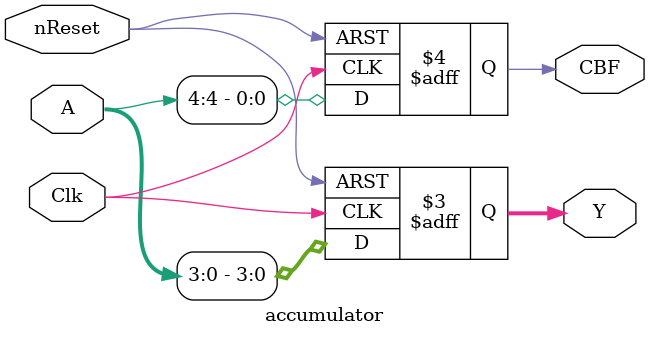
<source format=v>
module accumulator(A,Clk,nReset,CBF,Y);
	input [4:0] A;
	input Clk,nReset;
	output reg CBF;
	output reg [3:0] Y;

	always @ (negedge Clk or negedge nReset)
	begin
	if(!nReset)
		begin
		CBF <= 0;
		Y <= 0;
		end
	else
		begin
		CBF= A[4];
		Y <= {A[3],A[2],A[1],A[0]};
		end
	end

endmodule
</source>
